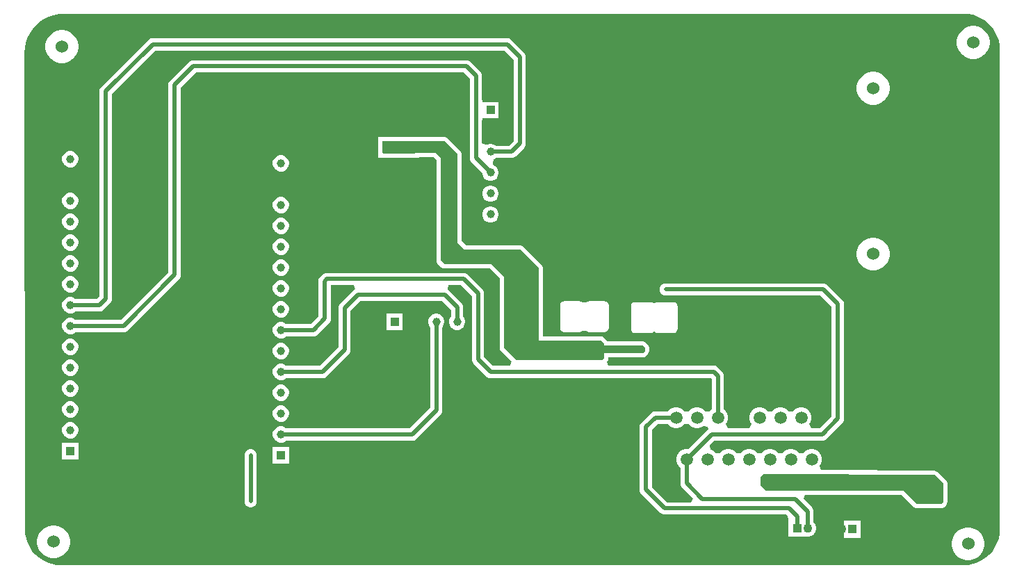
<source format=gbl>
%TF.GenerationSoftware,Altium Limited,Altium Designer,23.7.1 (13)*%
G04 Layer_Physical_Order=2*
G04 Layer_Color=16711680*
%FSLAX45Y45*%
%MOMM*%
%TF.SameCoordinates,4FC3C7EC-8D88-42E2-AD13-77C46488DAC4*%
%TF.FilePolarity,Positive*%
%TF.FileFunction,Copper,L2,Bot,Signal*%
%TF.Part,Single*%
G01*
G75*
%TA.AperFunction,Conductor*%
%ADD14C,0.50000*%
%TA.AperFunction,WasherPad*%
%ADD17C,1.52400*%
%TA.AperFunction,ComponentPad*%
%ADD18R,1.10000X1.10000*%
%ADD19C,1.10000*%
%ADD20C,1.50000*%
%ADD21R,1.50000X1.50000*%
%ADD22R,0.98500X0.98500*%
%ADD23C,0.98500*%
%ADD24R,4.00000X1.50000*%
%ADD25R,3.50000X1.50000*%
%ADD26R,1.50000X3.50000*%
%ADD27R,0.98500X0.98500*%
%TA.AperFunction,ViaPad*%
%ADD28C,0.50000*%
G36*
X560221Y6799898D02*
X11518900Y6799899D01*
X11522289Y6800573D01*
X11576083Y6797047D01*
X11632287Y6785868D01*
X11686552Y6767447D01*
X11737948Y6742102D01*
X11785595Y6710264D01*
X11828680Y6672480D01*
X11866464Y6629396D01*
X11898302Y6581748D01*
X11923647Y6530352D01*
X11942067Y6476087D01*
X11953247Y6419883D01*
X11956773Y6366090D01*
X11956099Y6362700D01*
X11956099Y520700D01*
X11956773Y517310D01*
X11953247Y463517D01*
X11942068Y407313D01*
X11923647Y353048D01*
X11898302Y301652D01*
X11866464Y254004D01*
X11828680Y210920D01*
X11785596Y173136D01*
X11737948Y141298D01*
X11686552Y115953D01*
X11632287Y97532D01*
X11576083Y86353D01*
X11522290Y82827D01*
X11518900Y83501D01*
X520700D01*
X517310Y82827D01*
X463517Y86353D01*
X407313Y97532D01*
X353048Y115953D01*
X301652Y141298D01*
X254004Y173136D01*
X210920Y210920D01*
X173136Y254004D01*
X141298Y301652D01*
X115953Y353048D01*
X97532Y407313D01*
X86353Y463517D01*
X85819Y471660D01*
X83501Y520700D01*
Y520767D01*
X83448Y570684D01*
X77401Y6317145D01*
X76655Y6320872D01*
X80546Y6380228D01*
X92892Y6442298D01*
X113235Y6502226D01*
X141225Y6558985D01*
X176385Y6611605D01*
X218113Y6659186D01*
X265693Y6700913D01*
X318314Y6736073D01*
X375073Y6764064D01*
X435001Y6784407D01*
X497071Y6796753D01*
X556462Y6800646D01*
X560221Y6799898D01*
D02*
G37*
%LPC*%
G36*
X11652898Y6651600D02*
X11613502D01*
X11574862Y6643914D01*
X11538465Y6628838D01*
X11505707Y6606950D01*
X11477850Y6579093D01*
X11455962Y6546335D01*
X11440886Y6509938D01*
X11433200Y6471298D01*
Y6431902D01*
X11440886Y6393262D01*
X11455962Y6356865D01*
X11477850Y6324107D01*
X11505707Y6296250D01*
X11538465Y6274362D01*
X11574862Y6259286D01*
X11613502Y6251600D01*
X11652898D01*
X11691538Y6259286D01*
X11727935Y6274362D01*
X11760693Y6296250D01*
X11788550Y6324107D01*
X11810438Y6356865D01*
X11825514Y6393262D01*
X11833200Y6431902D01*
Y6471298D01*
X11825514Y6509938D01*
X11810438Y6546335D01*
X11788550Y6579093D01*
X11760693Y6606950D01*
X11727935Y6628838D01*
X11691538Y6643914D01*
X11652898Y6651600D01*
D02*
G37*
G36*
X553098Y6600800D02*
X513702D01*
X475062Y6593114D01*
X438665Y6578038D01*
X405907Y6556150D01*
X378050Y6528293D01*
X356162Y6495535D01*
X341086Y6459138D01*
X333400Y6420498D01*
Y6381102D01*
X341086Y6342462D01*
X356162Y6306065D01*
X378050Y6273307D01*
X405907Y6245450D01*
X438665Y6223562D01*
X475062Y6208486D01*
X513702Y6200800D01*
X553098D01*
X591738Y6208486D01*
X628135Y6223562D01*
X660893Y6245450D01*
X688750Y6273307D01*
X710638Y6306065D01*
X725714Y6342462D01*
X733400Y6381102D01*
Y6420498D01*
X725714Y6459138D01*
X710638Y6495535D01*
X688750Y6528293D01*
X660893Y6556150D01*
X628135Y6578038D01*
X591738Y6593114D01*
X553098Y6600800D01*
D02*
G37*
G36*
X10433698Y6092800D02*
X10394302D01*
X10355662Y6085114D01*
X10319265Y6070038D01*
X10286507Y6048150D01*
X10258650Y6020293D01*
X10236762Y5987535D01*
X10221686Y5951138D01*
X10214000Y5912498D01*
Y5873102D01*
X10221686Y5834462D01*
X10236762Y5798065D01*
X10258650Y5765307D01*
X10286507Y5737450D01*
X10319265Y5715562D01*
X10355662Y5700486D01*
X10394302Y5692800D01*
X10433698D01*
X10472338Y5700486D01*
X10508735Y5715562D01*
X10541493Y5737450D01*
X10569350Y5765307D01*
X10591238Y5798065D01*
X10606314Y5834462D01*
X10614000Y5873102D01*
Y5912498D01*
X10606314Y5951138D01*
X10591238Y5987535D01*
X10569350Y6020293D01*
X10541493Y6048150D01*
X10508735Y6070038D01*
X10472338Y6085114D01*
X10433698Y6092800D01*
D02*
G37*
G36*
X1638300Y6501847D02*
X1618721Y6499269D01*
X1600476Y6491712D01*
X1584809Y6479691D01*
X1584809Y6479690D01*
X1013309Y5908191D01*
X1001288Y5892524D01*
X993731Y5874279D01*
X991153Y5854700D01*
Y3358734D01*
X959266Y3326847D01*
X699713D01*
X695941Y3330620D01*
X673309Y3343686D01*
X648067Y3350450D01*
X621933D01*
X596691Y3343686D01*
X574059Y3330620D01*
X555580Y3312141D01*
X542514Y3289509D01*
X535750Y3264267D01*
Y3238133D01*
X542514Y3212891D01*
X555580Y3190259D01*
X574059Y3171780D01*
X596691Y3158714D01*
X621933Y3151950D01*
X648067D01*
X673309Y3158714D01*
X695941Y3171780D01*
X699713Y3175553D01*
X990600D01*
X1010179Y3178131D01*
X1028424Y3185688D01*
X1044091Y3197709D01*
X1120291Y3273909D01*
X1132312Y3289576D01*
X1139869Y3307821D01*
X1142447Y3327400D01*
Y5823366D01*
X1669634Y6350553D01*
X5924966D01*
X6033053Y6242466D01*
Y5251034D01*
X5975766Y5193747D01*
X5817813D01*
X5814041Y5197520D01*
X5791409Y5210586D01*
X5766167Y5217350D01*
X5740033D01*
X5714791Y5210586D01*
X5700947Y5202593D01*
X5670545Y5212990D01*
X5650947Y5227018D01*
Y5478053D01*
X5653851Y5526850D01*
X5700947Y5526850D01*
X5852350D01*
Y5725350D01*
X5700947D01*
X5653851Y5725350D01*
X5650947Y5774147D01*
Y6045200D01*
X5648369Y6064779D01*
X5640812Y6083024D01*
X5628791Y6098691D01*
X5514491Y6212991D01*
X5498824Y6225012D01*
X5480579Y6232569D01*
X5461000Y6235147D01*
X2133600D01*
X2114021Y6232569D01*
X2095776Y6225012D01*
X2080109Y6212991D01*
X1851509Y5984391D01*
X1839488Y5968724D01*
X1831931Y5950479D01*
X1829353Y5930900D01*
Y3650834D01*
X1251366Y3072847D01*
X699713D01*
X695941Y3076620D01*
X673309Y3089686D01*
X648067Y3096450D01*
X621933D01*
X596691Y3089686D01*
X574059Y3076620D01*
X555580Y3058141D01*
X542514Y3035509D01*
X535750Y3010267D01*
Y2984133D01*
X542514Y2958891D01*
X555580Y2936259D01*
X574059Y2917780D01*
X596691Y2904714D01*
X621933Y2897950D01*
X648067D01*
X673309Y2904714D01*
X695941Y2917780D01*
X699713Y2921553D01*
X1282700D01*
X1302279Y2924131D01*
X1320524Y2931688D01*
X1336191Y2943709D01*
X1958491Y3566009D01*
X1970512Y3581676D01*
X1978069Y3599921D01*
X1980647Y3619500D01*
Y5899566D01*
X2164934Y6083853D01*
X5429666D01*
X5499653Y6013866D01*
Y5041900D01*
X5502231Y5022321D01*
X5509788Y5004076D01*
X5521809Y4988409D01*
X5653850Y4856369D01*
Y4851033D01*
X5660614Y4825791D01*
X5673680Y4803159D01*
X5692159Y4784680D01*
X5714791Y4771614D01*
X5740033Y4764850D01*
X5766167D01*
X5791409Y4771614D01*
X5814041Y4784680D01*
X5832520Y4803159D01*
X5845586Y4825791D01*
X5852350Y4851033D01*
Y4877167D01*
X5845586Y4902409D01*
X5832520Y4925041D01*
X5814041Y4943520D01*
X5791409Y4956586D01*
X5786840Y4957810D01*
X5781364Y4973369D01*
X5791409Y5025614D01*
X5814041Y5038680D01*
X5817813Y5042453D01*
X6007100D01*
X6026679Y5045031D01*
X6044924Y5052588D01*
X6060591Y5064609D01*
X6162190Y5166209D01*
X6162191Y5166209D01*
X6174212Y5181876D01*
X6181769Y5200121D01*
X6184347Y5219700D01*
Y6273800D01*
X6181769Y6293379D01*
X6174212Y6311624D01*
X6162191Y6327291D01*
X6009791Y6479691D01*
X5994124Y6491712D01*
X5975879Y6499269D01*
X5956300Y6501847D01*
X1638302D01*
X1638300Y6501847D01*
D02*
G37*
G36*
X648067Y5128450D02*
X621933D01*
X596691Y5121686D01*
X574059Y5108620D01*
X555580Y5090141D01*
X542514Y5067509D01*
X535750Y5042267D01*
Y5016133D01*
X542514Y4990891D01*
X555580Y4968259D01*
X574059Y4949780D01*
X596691Y4936714D01*
X621933Y4929950D01*
X648067D01*
X673309Y4936714D01*
X695941Y4949780D01*
X714420Y4968259D01*
X727486Y4990891D01*
X734250Y5016133D01*
Y5042267D01*
X727486Y5067509D01*
X714420Y5090141D01*
X695941Y5108620D01*
X673309Y5121686D01*
X648067Y5128450D01*
D02*
G37*
G36*
X3213467Y5077650D02*
X3187333D01*
X3162091Y5070886D01*
X3139459Y5057820D01*
X3120980Y5039341D01*
X3107914Y5016709D01*
X3101150Y4991467D01*
Y4965333D01*
X3107914Y4940091D01*
X3120980Y4917459D01*
X3139459Y4898980D01*
X3162091Y4885914D01*
X3187333Y4879150D01*
X3213467D01*
X3238709Y4885914D01*
X3261341Y4898980D01*
X3279820Y4917459D01*
X3292886Y4940091D01*
X3299650Y4965333D01*
Y4991467D01*
X3292886Y5016709D01*
X3279820Y5039341D01*
X3261341Y5057820D01*
X3238709Y5070886D01*
X3213467Y5077650D01*
D02*
G37*
G36*
X5766167Y4709350D02*
X5740033D01*
X5714791Y4702586D01*
X5692159Y4689520D01*
X5673680Y4671041D01*
X5660614Y4648409D01*
X5653850Y4623167D01*
Y4597033D01*
X5660614Y4571791D01*
X5673680Y4549159D01*
X5692159Y4530680D01*
X5714791Y4517614D01*
X5740033Y4510850D01*
X5766167D01*
X5791409Y4517614D01*
X5814041Y4530680D01*
X5832520Y4549159D01*
X5845586Y4571791D01*
X5852350Y4597033D01*
Y4623167D01*
X5845586Y4648409D01*
X5832520Y4671041D01*
X5814041Y4689520D01*
X5791409Y4702586D01*
X5766167Y4709350D01*
D02*
G37*
G36*
X648067Y4620450D02*
X621933D01*
X596691Y4613686D01*
X574059Y4600620D01*
X555580Y4582141D01*
X542514Y4559509D01*
X535750Y4534267D01*
Y4508133D01*
X542514Y4482891D01*
X555580Y4460259D01*
X574059Y4441780D01*
X596691Y4428714D01*
X621933Y4421950D01*
X648067D01*
X673309Y4428714D01*
X695941Y4441780D01*
X714420Y4460259D01*
X727486Y4482891D01*
X734250Y4508133D01*
Y4534267D01*
X727486Y4559509D01*
X714420Y4582141D01*
X695941Y4600620D01*
X673309Y4613686D01*
X648067Y4620450D01*
D02*
G37*
G36*
X3213467Y4569650D02*
X3187333D01*
X3162091Y4562886D01*
X3139459Y4549820D01*
X3120980Y4531341D01*
X3107914Y4508709D01*
X3101150Y4483467D01*
Y4457333D01*
X3107914Y4432091D01*
X3120980Y4409459D01*
X3139459Y4390980D01*
X3162091Y4377914D01*
X3187333Y4371150D01*
X3213467D01*
X3238709Y4377914D01*
X3261341Y4390980D01*
X3279820Y4409459D01*
X3292886Y4432091D01*
X3299650Y4457333D01*
Y4483467D01*
X3292886Y4508709D01*
X3279820Y4531341D01*
X3261341Y4549820D01*
X3238709Y4562886D01*
X3213467Y4569650D01*
D02*
G37*
G36*
X5766167Y4455350D02*
X5740033D01*
X5714791Y4448586D01*
X5692159Y4435520D01*
X5673680Y4417041D01*
X5660614Y4394409D01*
X5653850Y4369167D01*
Y4343033D01*
X5660614Y4317791D01*
X5673680Y4295159D01*
X5692159Y4276680D01*
X5714791Y4263614D01*
X5740033Y4256850D01*
X5766167D01*
X5791409Y4263614D01*
X5814041Y4276680D01*
X5832520Y4295159D01*
X5845586Y4317791D01*
X5852350Y4343033D01*
Y4369167D01*
X5845586Y4394409D01*
X5832520Y4417041D01*
X5814041Y4435520D01*
X5791409Y4448586D01*
X5766167Y4455350D01*
D02*
G37*
G36*
X648067Y4366450D02*
X621933D01*
X596691Y4359686D01*
X574059Y4346620D01*
X555580Y4328141D01*
X542514Y4305509D01*
X535750Y4280267D01*
Y4254133D01*
X542514Y4228891D01*
X555580Y4206259D01*
X574059Y4187780D01*
X596691Y4174714D01*
X621933Y4167950D01*
X648067D01*
X673309Y4174714D01*
X695941Y4187780D01*
X714420Y4206259D01*
X727486Y4228891D01*
X734250Y4254133D01*
Y4280267D01*
X727486Y4305509D01*
X714420Y4328141D01*
X695941Y4346620D01*
X673309Y4359686D01*
X648067Y4366450D01*
D02*
G37*
G36*
X3213467Y4315650D02*
X3187333D01*
X3162091Y4308886D01*
X3139459Y4295820D01*
X3120980Y4277341D01*
X3107914Y4254709D01*
X3101150Y4229467D01*
Y4203333D01*
X3107914Y4178091D01*
X3120980Y4155459D01*
X3139459Y4136980D01*
X3162091Y4123914D01*
X3187333Y4117150D01*
X3213467D01*
X3238709Y4123914D01*
X3261341Y4136980D01*
X3279820Y4155459D01*
X3292886Y4178091D01*
X3299650Y4203333D01*
Y4229467D01*
X3292886Y4254709D01*
X3279820Y4277341D01*
X3261341Y4295820D01*
X3238709Y4308886D01*
X3213467Y4315650D01*
D02*
G37*
G36*
X648067Y4112450D02*
X621933D01*
X596691Y4105686D01*
X574059Y4092620D01*
X555580Y4074141D01*
X542514Y4051509D01*
X535750Y4026267D01*
Y4000133D01*
X542514Y3974891D01*
X555580Y3952259D01*
X574059Y3933780D01*
X596691Y3920714D01*
X621933Y3913950D01*
X648067D01*
X673309Y3920714D01*
X695941Y3933780D01*
X714420Y3952259D01*
X727486Y3974891D01*
X734250Y4000133D01*
Y4026267D01*
X727486Y4051509D01*
X714420Y4074141D01*
X695941Y4092620D01*
X673309Y4105686D01*
X648067Y4112450D01*
D02*
G37*
G36*
X3213467Y4061650D02*
X3187333D01*
X3162091Y4054886D01*
X3139459Y4041820D01*
X3120980Y4023341D01*
X3107914Y4000709D01*
X3101150Y3975467D01*
Y3949333D01*
X3107914Y3924091D01*
X3120980Y3901459D01*
X3139459Y3882980D01*
X3162091Y3869914D01*
X3187333Y3863150D01*
X3213467D01*
X3238709Y3869914D01*
X3261341Y3882980D01*
X3279820Y3901459D01*
X3292886Y3924091D01*
X3299650Y3949333D01*
Y3975467D01*
X3292886Y4000709D01*
X3279820Y4023341D01*
X3261341Y4041820D01*
X3238709Y4054886D01*
X3213467Y4061650D01*
D02*
G37*
G36*
X10433698Y4073500D02*
X10394302D01*
X10355662Y4065814D01*
X10319265Y4050738D01*
X10286507Y4028850D01*
X10258650Y4000993D01*
X10236762Y3968235D01*
X10221686Y3931838D01*
X10214000Y3893198D01*
Y3853802D01*
X10221686Y3815162D01*
X10236762Y3778765D01*
X10258650Y3746007D01*
X10286507Y3718150D01*
X10319265Y3696262D01*
X10355662Y3681186D01*
X10394302Y3673500D01*
X10433698D01*
X10472338Y3681186D01*
X10508735Y3696262D01*
X10541493Y3718150D01*
X10569350Y3746007D01*
X10591238Y3778765D01*
X10606314Y3815162D01*
X10614000Y3853802D01*
Y3893198D01*
X10606314Y3931838D01*
X10591238Y3968235D01*
X10569350Y4000993D01*
X10541493Y4028850D01*
X10508735Y4050738D01*
X10472338Y4065814D01*
X10433698Y4073500D01*
D02*
G37*
G36*
X648067Y3858450D02*
X621933D01*
X596691Y3851686D01*
X574059Y3838620D01*
X555580Y3820141D01*
X542514Y3797509D01*
X535750Y3772267D01*
Y3746133D01*
X542514Y3720891D01*
X555580Y3698259D01*
X574059Y3679780D01*
X596691Y3666714D01*
X621933Y3659950D01*
X648067D01*
X673309Y3666714D01*
X695941Y3679780D01*
X714420Y3698259D01*
X727486Y3720891D01*
X734250Y3746133D01*
Y3772267D01*
X727486Y3797509D01*
X714420Y3820141D01*
X695941Y3838620D01*
X673309Y3851686D01*
X648067Y3858450D01*
D02*
G37*
G36*
X3213467Y3807650D02*
X3187333D01*
X3162091Y3800886D01*
X3139459Y3787820D01*
X3120980Y3769341D01*
X3107914Y3746709D01*
X3101150Y3721467D01*
Y3695333D01*
X3107914Y3670091D01*
X3120980Y3647459D01*
X3139459Y3628980D01*
X3162091Y3615914D01*
X3187333Y3609150D01*
X3213467D01*
X3238709Y3615914D01*
X3261341Y3628980D01*
X3279820Y3647459D01*
X3292886Y3670091D01*
X3299650Y3695333D01*
Y3721467D01*
X3292886Y3746709D01*
X3279820Y3769341D01*
X3261341Y3787820D01*
X3238709Y3800886D01*
X3213467Y3807650D01*
D02*
G37*
G36*
X648067Y3604450D02*
X621933D01*
X596691Y3597686D01*
X574059Y3584620D01*
X555580Y3566141D01*
X542514Y3543509D01*
X535750Y3518267D01*
Y3492133D01*
X542514Y3466891D01*
X555580Y3444259D01*
X574059Y3425780D01*
X596691Y3412714D01*
X621933Y3405950D01*
X648067D01*
X673309Y3412714D01*
X695941Y3425780D01*
X714420Y3444259D01*
X727486Y3466891D01*
X734250Y3492133D01*
Y3518267D01*
X727486Y3543509D01*
X714420Y3566141D01*
X695941Y3584620D01*
X673309Y3597686D01*
X648067Y3604450D01*
D02*
G37*
G36*
X3213467Y3553650D02*
X3187333D01*
X3162091Y3546886D01*
X3139459Y3533820D01*
X3120980Y3515341D01*
X3107914Y3492709D01*
X3101150Y3467467D01*
Y3441333D01*
X3107914Y3416091D01*
X3120980Y3393459D01*
X3139459Y3374980D01*
X3162091Y3361914D01*
X3187333Y3355150D01*
X3213467D01*
X3238709Y3361914D01*
X3261341Y3374980D01*
X3279820Y3393459D01*
X3292886Y3416091D01*
X3299650Y3441333D01*
Y3467467D01*
X3292886Y3492709D01*
X3279820Y3515341D01*
X3261341Y3533820D01*
X3238709Y3546886D01*
X3213467Y3553650D01*
D02*
G37*
G36*
X7141210Y3299640D02*
X6955790D01*
X6936281Y3295759D01*
X6926429Y3289176D01*
X6917300Y3284708D01*
X6874900D01*
X6865771Y3289176D01*
X6855919Y3295759D01*
X6836410Y3299640D01*
X6650990D01*
X6631481Y3295759D01*
X6614942Y3284708D01*
X6603891Y3268169D01*
X6600010Y3248660D01*
Y2974340D01*
X6603891Y2954831D01*
X6614942Y2938292D01*
X6631481Y2927241D01*
X6650990Y2923360D01*
X6836410D01*
X6855919Y2927241D01*
X6865771Y2933824D01*
X6874900Y2938292D01*
X6917300D01*
X6926429Y2933824D01*
X6936281Y2927241D01*
X6955790Y2923360D01*
X7141210D01*
X7160719Y2927241D01*
X7177258Y2938292D01*
X7188309Y2954831D01*
X7192190Y2974340D01*
Y3248660D01*
X7188309Y3268169D01*
X7177258Y3284708D01*
X7160719Y3295759D01*
X7141210Y3299640D01*
D02*
G37*
G36*
X7979410Y3286940D02*
X7793990D01*
X7774481Y3283059D01*
X7757942Y3272008D01*
X7736058D01*
X7719519Y3283059D01*
X7700010Y3286940D01*
X7514590D01*
X7495081Y3283059D01*
X7478542Y3272008D01*
X7467491Y3255469D01*
X7463610Y3235960D01*
Y2961640D01*
X7467491Y2942131D01*
X7478542Y2925592D01*
X7495081Y2914541D01*
X7514590Y2910660D01*
X7700010D01*
X7719519Y2914541D01*
X7736058Y2925592D01*
X7757942D01*
X7774481Y2914541D01*
X7793990Y2910660D01*
X7979410D01*
X7998919Y2914541D01*
X8015458Y2925592D01*
X8026509Y2942131D01*
X8030390Y2961640D01*
Y3235960D01*
X8026509Y3255469D01*
X8015458Y3272008D01*
X7998919Y3283059D01*
X7979410Y3286940D01*
D02*
G37*
G36*
X3213467Y3299650D02*
X3187333D01*
X3162091Y3292886D01*
X3139459Y3279820D01*
X3120980Y3261341D01*
X3107914Y3238709D01*
X3101150Y3213467D01*
Y3187333D01*
X3107914Y3162091D01*
X3120980Y3139459D01*
X3139459Y3120980D01*
X3162091Y3107914D01*
X3187333Y3101150D01*
X3213467D01*
X3238709Y3107914D01*
X3261341Y3120980D01*
X3279820Y3139459D01*
X3292886Y3162091D01*
X3299650Y3187333D01*
Y3213467D01*
X3292886Y3238709D01*
X3279820Y3261341D01*
X3261341Y3279820D01*
X3238709Y3292886D01*
X3213467Y3299650D01*
D02*
G37*
G36*
X4683950Y3147250D02*
X4485450D01*
Y2948750D01*
X4683950D01*
Y3147250D01*
D02*
G37*
G36*
X648067Y2842450D02*
X621933D01*
X596691Y2835686D01*
X574059Y2822620D01*
X555580Y2804141D01*
X542514Y2781509D01*
X535750Y2756267D01*
Y2730133D01*
X542514Y2704891D01*
X555580Y2682259D01*
X574059Y2663780D01*
X596691Y2650714D01*
X621933Y2643950D01*
X648067D01*
X673309Y2650714D01*
X695941Y2663780D01*
X714420Y2682259D01*
X727486Y2704891D01*
X734250Y2730133D01*
Y2756267D01*
X727486Y2781509D01*
X714420Y2804141D01*
X695941Y2822620D01*
X673309Y2835686D01*
X648067Y2842450D01*
D02*
G37*
G36*
X3213467Y2791650D02*
X3187333D01*
X3162091Y2784886D01*
X3139459Y2771820D01*
X3120980Y2753341D01*
X3107914Y2730709D01*
X3101150Y2705467D01*
Y2679333D01*
X3107914Y2654091D01*
X3120980Y2631459D01*
X3139459Y2612980D01*
X3162091Y2599914D01*
X3187333Y2593150D01*
X3213467D01*
X3238709Y2599914D01*
X3261341Y2612980D01*
X3279820Y2631459D01*
X3292886Y2654091D01*
X3299650Y2679333D01*
Y2705467D01*
X3292886Y2730709D01*
X3279820Y2753341D01*
X3261341Y2771820D01*
X3238709Y2784886D01*
X3213467Y2791650D01*
D02*
G37*
G36*
X4885500Y5298700D02*
X4385500D01*
Y5265057D01*
X4385201Y5264609D01*
X4381320Y5245100D01*
Y5105400D01*
X4385201Y5085891D01*
X4385500Y5085443D01*
Y5048700D01*
X4885500D01*
Y5054420D01*
X5058883D01*
X5092520Y5020784D01*
Y3797300D01*
X5096401Y3777791D01*
X5107452Y3761252D01*
X5158252Y3710452D01*
X5174791Y3699401D01*
X5194300Y3695520D01*
X5744684D01*
X5867220Y3572984D01*
Y2730500D01*
X5871101Y2710991D01*
X5882152Y2694452D01*
X6012557Y2564047D01*
X5991846Y2514047D01*
X5784434D01*
X5676347Y2622134D01*
Y3390900D01*
X5673769Y3410479D01*
X5666212Y3428724D01*
X5654191Y3444391D01*
X5476391Y3622191D01*
X5460724Y3634212D01*
X5442479Y3641769D01*
X5422900Y3644347D01*
X3763090D01*
X3743511Y3641769D01*
X3725266Y3634212D01*
X3709599Y3622191D01*
X3680309Y3592901D01*
X3668288Y3577234D01*
X3660731Y3558989D01*
X3658153Y3539410D01*
Y3117434D01*
X3562766Y3022047D01*
X3265113D01*
X3261341Y3025820D01*
X3238709Y3038886D01*
X3213467Y3045650D01*
X3187333D01*
X3162091Y3038886D01*
X3139459Y3025820D01*
X3120980Y3007341D01*
X3107914Y2984709D01*
X3101150Y2959467D01*
Y2933333D01*
X3107914Y2908091D01*
X3120980Y2885459D01*
X3139459Y2866980D01*
X3162091Y2853914D01*
X3187333Y2847150D01*
X3213467D01*
X3238709Y2853914D01*
X3261341Y2866980D01*
X3265113Y2870753D01*
X3594100D01*
X3613679Y2873331D01*
X3631924Y2880888D01*
X3647591Y2892909D01*
X3787290Y3032609D01*
X3787291Y3032609D01*
X3799312Y3048276D01*
X3806869Y3066521D01*
X3809447Y3086100D01*
Y3493053D01*
X4090839D01*
X4101880Y3445834D01*
X4101517Y3443053D01*
X4086709Y3431691D01*
X3921609Y3266591D01*
X3909588Y3250924D01*
X3902031Y3232679D01*
X3899453Y3213100D01*
Y2736434D01*
X3677066Y2514047D01*
X3265113D01*
X3261341Y2517820D01*
X3238709Y2530886D01*
X3213467Y2537650D01*
X3187333D01*
X3162091Y2530886D01*
X3139459Y2517820D01*
X3120980Y2499341D01*
X3107914Y2476709D01*
X3101150Y2451467D01*
Y2425333D01*
X3107914Y2400091D01*
X3120980Y2377459D01*
X3139459Y2358980D01*
X3162091Y2345914D01*
X3187333Y2339150D01*
X3213467D01*
X3238709Y2345914D01*
X3261341Y2358980D01*
X3265113Y2362753D01*
X3708400D01*
X3727979Y2365331D01*
X3746224Y2372888D01*
X3761891Y2384909D01*
X4028590Y2651609D01*
X4028591Y2651609D01*
X4040612Y2667276D01*
X4048169Y2685521D01*
X4050747Y2705100D01*
Y3181766D01*
X4171534Y3302553D01*
X5162966D01*
X5271053Y3194466D01*
Y3112713D01*
X5267280Y3108941D01*
X5254214Y3086309D01*
X5247450Y3061067D01*
Y3034933D01*
X5254214Y3009691D01*
X5267280Y2987059D01*
X5285759Y2968580D01*
X5308391Y2955514D01*
X5333633Y2948750D01*
X5359767D01*
X5385009Y2955514D01*
X5407641Y2968580D01*
X5426120Y2987059D01*
X5439186Y3009691D01*
X5445950Y3034933D01*
Y3061067D01*
X5439186Y3086309D01*
X5426120Y3108941D01*
X5422347Y3112713D01*
Y3225800D01*
X5419769Y3245379D01*
X5412212Y3263624D01*
X5400191Y3279291D01*
X5247791Y3431691D01*
X5232983Y3443053D01*
X5232620Y3445834D01*
X5243661Y3493053D01*
X5391566D01*
X5525053Y3359566D01*
Y2590800D01*
X5527631Y2571221D01*
X5535188Y2552976D01*
X5547209Y2537309D01*
X5699609Y2384909D01*
X5715276Y2372888D01*
X5733521Y2365331D01*
X5753100Y2362753D01*
X8439566D01*
X8446053Y2356266D01*
Y1980262D01*
X8444948Y1979625D01*
X8424075Y1958751D01*
X8420255Y1956352D01*
X8369145D01*
X8365325Y1958751D01*
X8344452Y1979625D01*
X8315948Y1996081D01*
X8284157Y2004600D01*
X8251243D01*
X8219452Y1996081D01*
X8190948Y1979625D01*
X8170075Y1958751D01*
X8166255Y1956352D01*
X8115145D01*
X8111325Y1958751D01*
X8090452Y1979625D01*
X8061948Y1996081D01*
X8030157Y2004600D01*
X7997243D01*
X7965452Y1996081D01*
X7936948Y1979625D01*
X7913675Y1956352D01*
X7913038Y1955247D01*
X7759700D01*
X7740121Y1952669D01*
X7721876Y1945112D01*
X7706209Y1933091D01*
X7591909Y1818791D01*
X7579888Y1803124D01*
X7572331Y1784879D01*
X7569753Y1765300D01*
Y1003300D01*
X7572331Y983721D01*
X7579888Y965476D01*
X7591909Y949809D01*
X7820509Y721209D01*
X7836176Y709188D01*
X7854421Y701631D01*
X7874000Y699053D01*
X9353966D01*
X9369681Y683338D01*
X9381900Y638400D01*
X9381900D01*
Y428400D01*
X9591899D01*
Y428399D01*
X9627723Y428400D01*
X9654428Y435556D01*
X9678371Y449379D01*
X9697921Y468929D01*
X9711744Y492872D01*
X9718900Y519577D01*
Y547223D01*
X9711744Y573928D01*
X9697921Y597871D01*
X9689547Y606245D01*
Y736600D01*
X9686969Y756179D01*
X9679412Y774424D01*
X9667391Y790091D01*
X9564055Y893426D01*
X9583189Y939620D01*
X10761184D01*
X10911352Y789452D01*
X10927891Y778401D01*
X10947400Y774520D01*
X11239500D01*
X11259009Y778401D01*
X11275548Y789452D01*
X11300948Y814852D01*
X11311999Y831391D01*
X11315879Y850900D01*
X11315880Y1079500D01*
X11311999Y1099009D01*
X11300948Y1115548D01*
X11199348Y1217148D01*
X11191193Y1222597D01*
X11183096Y1228079D01*
X11182941Y1228111D01*
X11182809Y1228199D01*
X11173190Y1230112D01*
X11163611Y1232079D01*
X9781095Y1240509D01*
X9760511Y1290635D01*
X9764725Y1294848D01*
X9781181Y1323352D01*
X9789700Y1355143D01*
Y1388057D01*
X9781181Y1419848D01*
X9764725Y1448352D01*
X9741452Y1471625D01*
X9712948Y1488081D01*
X9681157Y1496600D01*
X9648243D01*
X9616452Y1488081D01*
X9587948Y1471625D01*
X9567075Y1450751D01*
X9563255Y1448352D01*
X9512145D01*
X9508325Y1450751D01*
X9487452Y1471625D01*
X9458948Y1488081D01*
X9427157Y1496600D01*
X9394243D01*
X9362452Y1488081D01*
X9333948Y1471625D01*
X9313075Y1450751D01*
X9309255Y1448352D01*
X9258145D01*
X9254325Y1450751D01*
X9233452Y1471625D01*
X9204948Y1488081D01*
X9173157Y1496600D01*
X9140243D01*
X9108452Y1488081D01*
X9079948Y1471625D01*
X9059075Y1450751D01*
X9055255Y1448352D01*
X9004145D01*
X9000325Y1450751D01*
X8979452Y1471625D01*
X8950948Y1488081D01*
X8919157Y1496600D01*
X8886243D01*
X8854452Y1488081D01*
X8825948Y1471625D01*
X8805075Y1450751D01*
X8801255Y1448352D01*
X8750145D01*
X8746325Y1450751D01*
X8725452Y1471625D01*
X8696948Y1488081D01*
X8665157Y1496600D01*
X8632243D01*
X8600452Y1488081D01*
X8571948Y1471625D01*
X8551075Y1450751D01*
X8547255Y1448352D01*
X8496145D01*
X8492325Y1450751D01*
X8471452Y1471625D01*
X8442948Y1488081D01*
X8436580Y1489788D01*
X8420504Y1544423D01*
X8476834Y1600753D01*
X9791700D01*
X9811279Y1603331D01*
X9829524Y1610888D01*
X9845191Y1622909D01*
X10035691Y1813409D01*
X10047712Y1829076D01*
X10055269Y1847321D01*
X10057847Y1866900D01*
Y3263900D01*
X10055269Y3283479D01*
X10047712Y3301724D01*
X10035691Y3317391D01*
X10035690Y3317391D01*
X9857891Y3495191D01*
X9842224Y3507212D01*
X9823979Y3514769D01*
X9804400Y3517347D01*
X7886700D01*
X7881784Y3516700D01*
X7876826D01*
X7872037Y3515417D01*
X7867121Y3514769D01*
X7862541Y3512872D01*
X7857751Y3511589D01*
X7853456Y3509109D01*
X7848876Y3507212D01*
X7844943Y3504194D01*
X7840649Y3501715D01*
X7837144Y3498209D01*
X7833209Y3495191D01*
X7830191Y3491256D01*
X7826685Y3487751D01*
X7824206Y3483457D01*
X7821188Y3479524D01*
X7819291Y3474944D01*
X7816811Y3470649D01*
X7815528Y3465859D01*
X7813631Y3461279D01*
X7812983Y3456363D01*
X7811700Y3451574D01*
Y3446616D01*
X7811053Y3441700D01*
X7811700Y3436784D01*
Y3431826D01*
X7812983Y3427037D01*
X7813631Y3422121D01*
X7815528Y3417541D01*
X7816811Y3412751D01*
X7819291Y3408456D01*
X7821188Y3403876D01*
X7824206Y3399943D01*
X7826685Y3395649D01*
X7830191Y3392144D01*
X7833209Y3388209D01*
X7837144Y3385191D01*
X7840649Y3381685D01*
X7844943Y3379206D01*
X7848876Y3376188D01*
X7853456Y3374291D01*
X7857751Y3371811D01*
X7862541Y3370528D01*
X7867121Y3368631D01*
X7872037Y3367983D01*
X7876826Y3366700D01*
X7881784D01*
X7886700Y3366053D01*
X9773066D01*
X9906553Y3232566D01*
Y1898234D01*
X9760366Y1752047D01*
X9657634D01*
X9636923Y1802047D01*
X9637725Y1802848D01*
X9654181Y1831352D01*
X9662700Y1863143D01*
Y1896057D01*
X9654181Y1927848D01*
X9637725Y1956352D01*
X9614452Y1979625D01*
X9585948Y1996081D01*
X9554157Y2004600D01*
X9521243D01*
X9489452Y1996081D01*
X9460948Y1979625D01*
X9440075Y1958751D01*
X9436255Y1956352D01*
X9385145D01*
X9381325Y1958751D01*
X9360452Y1979625D01*
X9331948Y1996081D01*
X9300157Y2004600D01*
X9267243D01*
X9235452Y1996081D01*
X9206948Y1979625D01*
X9186075Y1958751D01*
X9182255Y1956352D01*
X9131145D01*
X9127325Y1958751D01*
X9106452Y1979625D01*
X9077948Y1996081D01*
X9046157Y2004600D01*
X9013243D01*
X8981452Y1996081D01*
X8952948Y1979625D01*
X8929675Y1956352D01*
X8913219Y1927848D01*
X8904700Y1896057D01*
Y1863143D01*
X8913219Y1831352D01*
X8929675Y1802848D01*
X8930477Y1802047D01*
X8909766Y1752047D01*
X8641634D01*
X8620923Y1802047D01*
X8621725Y1802848D01*
X8638181Y1831352D01*
X8646700Y1863143D01*
Y1896057D01*
X8638181Y1927848D01*
X8621725Y1956352D01*
X8598452Y1979625D01*
X8597347Y1980262D01*
Y2387598D01*
X8597347Y2387600D01*
X8594769Y2407179D01*
X8587212Y2425424D01*
X8575191Y2441091D01*
X8575190Y2441091D01*
X8524391Y2491891D01*
X8508724Y2503912D01*
X8490479Y2511469D01*
X8470900Y2514047D01*
X7190754D01*
X7170043Y2564047D01*
X7173448Y2567452D01*
X7184499Y2583991D01*
X7188380Y2603500D01*
Y2616020D01*
X7607300D01*
X7626809Y2619901D01*
X7643348Y2630952D01*
X7668748Y2656352D01*
X7679799Y2672891D01*
X7683680Y2692399D01*
Y2730500D01*
X7679799Y2750009D01*
X7668748Y2766548D01*
X7643348Y2791948D01*
X7626809Y2802999D01*
X7607300Y2806880D01*
X7180443D01*
X7173448Y2817348D01*
X7135348Y2855448D01*
X7118809Y2866499D01*
X7099300Y2870380D01*
X6388280D01*
Y3708400D01*
X6384399Y3727909D01*
X6373348Y3744448D01*
X6157448Y3960348D01*
X6140909Y3971399D01*
X6121400Y3975280D01*
X5456717D01*
X5397680Y4034316D01*
X5397679Y5092700D01*
X5393799Y5112209D01*
X5382748Y5128748D01*
X5230348Y5281148D01*
X5213809Y5292199D01*
X5194300Y5296080D01*
X4885500D01*
Y5298700D01*
D02*
G37*
G36*
X648067Y2588450D02*
X621933D01*
X596691Y2581686D01*
X574059Y2568620D01*
X555580Y2550141D01*
X542514Y2527509D01*
X535750Y2502267D01*
Y2476133D01*
X542514Y2450891D01*
X555580Y2428259D01*
X574059Y2409780D01*
X596691Y2396714D01*
X621933Y2389950D01*
X648067D01*
X673309Y2396714D01*
X695941Y2409780D01*
X714420Y2428259D01*
X727486Y2450891D01*
X734250Y2476133D01*
Y2502267D01*
X727486Y2527509D01*
X714420Y2550141D01*
X695941Y2568620D01*
X673309Y2581686D01*
X648067Y2588450D01*
D02*
G37*
G36*
Y2334450D02*
X621933D01*
X596691Y2327686D01*
X574059Y2314620D01*
X555580Y2296141D01*
X542514Y2273509D01*
X535750Y2248267D01*
Y2222133D01*
X542514Y2196891D01*
X555580Y2174259D01*
X574059Y2155780D01*
X596691Y2142714D01*
X621933Y2135950D01*
X648067D01*
X673309Y2142714D01*
X695941Y2155780D01*
X714420Y2174259D01*
X727486Y2196891D01*
X734250Y2222133D01*
Y2248267D01*
X727486Y2273509D01*
X714420Y2296141D01*
X695941Y2314620D01*
X673309Y2327686D01*
X648067Y2334450D01*
D02*
G37*
G36*
X3213467Y2283650D02*
X3187333D01*
X3162091Y2276886D01*
X3139459Y2263820D01*
X3120980Y2245341D01*
X3107914Y2222709D01*
X3101150Y2197467D01*
Y2171333D01*
X3107914Y2146091D01*
X3120980Y2123459D01*
X3139459Y2104980D01*
X3162091Y2091914D01*
X3187333Y2085150D01*
X3213467D01*
X3238709Y2091914D01*
X3261341Y2104980D01*
X3279820Y2123459D01*
X3292886Y2146091D01*
X3299650Y2171333D01*
Y2197467D01*
X3292886Y2222709D01*
X3279820Y2245341D01*
X3261341Y2263820D01*
X3238709Y2276886D01*
X3213467Y2283650D01*
D02*
G37*
G36*
X648067Y2080450D02*
X621933D01*
X596691Y2073686D01*
X574059Y2060620D01*
X555580Y2042141D01*
X542514Y2019509D01*
X535750Y1994267D01*
Y1968133D01*
X542514Y1942891D01*
X555580Y1920259D01*
X574059Y1901780D01*
X596691Y1888714D01*
X621933Y1881950D01*
X648067D01*
X673309Y1888714D01*
X695941Y1901780D01*
X714420Y1920259D01*
X727486Y1942891D01*
X734250Y1968133D01*
Y1994267D01*
X727486Y2019509D01*
X714420Y2042141D01*
X695941Y2060620D01*
X673309Y2073686D01*
X648067Y2080450D01*
D02*
G37*
G36*
X3213467Y2029650D02*
X3187333D01*
X3162091Y2022886D01*
X3139459Y2009820D01*
X3120980Y1991341D01*
X3107914Y1968709D01*
X3101150Y1943467D01*
Y1917333D01*
X3107914Y1892091D01*
X3120980Y1869459D01*
X3139459Y1850980D01*
X3162091Y1837914D01*
X3187333Y1831150D01*
X3213467D01*
X3238709Y1837914D01*
X3261341Y1850980D01*
X3279820Y1869459D01*
X3292886Y1892091D01*
X3299650Y1917333D01*
Y1943467D01*
X3292886Y1968709D01*
X3279820Y1991341D01*
X3261341Y2009820D01*
X3238709Y2022886D01*
X3213467Y2029650D01*
D02*
G37*
G36*
X5105767Y3147250D02*
X5079633D01*
X5054391Y3140486D01*
X5031759Y3127420D01*
X5013280Y3108941D01*
X5000214Y3086309D01*
X4993450Y3061067D01*
Y3034933D01*
X5000214Y3009691D01*
X5013280Y2987059D01*
X5017053Y2983287D01*
Y1999834D01*
X4769266Y1752047D01*
X3265113D01*
X3261341Y1755820D01*
X3238709Y1768886D01*
X3213467Y1775650D01*
X3187333D01*
X3162091Y1768886D01*
X3139459Y1755820D01*
X3120980Y1737341D01*
X3107914Y1714709D01*
X3101150Y1689467D01*
Y1663333D01*
X3107914Y1638091D01*
X3120980Y1615459D01*
X3139459Y1596980D01*
X3162091Y1583914D01*
X3187333Y1577150D01*
X3213467D01*
X3238709Y1583914D01*
X3261341Y1596980D01*
X3265113Y1600753D01*
X4800600D01*
X4820179Y1603331D01*
X4838424Y1610888D01*
X4854091Y1622909D01*
X5146190Y1915009D01*
X5146191Y1915009D01*
X5158212Y1930676D01*
X5165769Y1948921D01*
X5168347Y1968500D01*
X5168347Y1968502D01*
Y2983287D01*
X5172120Y2987059D01*
X5185186Y3009691D01*
X5191950Y3034933D01*
Y3061067D01*
X5185186Y3086309D01*
X5172120Y3108941D01*
X5153641Y3127420D01*
X5131009Y3140486D01*
X5105767Y3147250D01*
D02*
G37*
G36*
X648067Y1826450D02*
X621933D01*
X596691Y1819686D01*
X574059Y1806620D01*
X555580Y1788141D01*
X542514Y1765509D01*
X535750Y1740267D01*
Y1714133D01*
X542514Y1688891D01*
X555580Y1666259D01*
X574059Y1647780D01*
X596691Y1634714D01*
X621933Y1627950D01*
X648067D01*
X673309Y1634714D01*
X695941Y1647780D01*
X714420Y1666259D01*
X727486Y1688891D01*
X734250Y1714133D01*
Y1740267D01*
X727486Y1765509D01*
X714420Y1788141D01*
X695941Y1806620D01*
X673309Y1819686D01*
X648067Y1826450D01*
D02*
G37*
G36*
X734250Y1572450D02*
X535750D01*
Y1373950D01*
X734250D01*
Y1572450D01*
D02*
G37*
G36*
X3299650Y1521650D02*
X3101150D01*
Y1323150D01*
X3299650D01*
Y1521650D01*
D02*
G37*
G36*
X2832100Y1498047D02*
X2827184Y1497400D01*
X2822226D01*
X2817437Y1496117D01*
X2812521Y1495469D01*
X2807941Y1493572D01*
X2803151Y1492289D01*
X2798856Y1489809D01*
X2794276Y1487912D01*
X2790343Y1484894D01*
X2786049Y1482415D01*
X2782544Y1478909D01*
X2778609Y1475891D01*
X2775591Y1471956D01*
X2772085Y1468451D01*
X2769606Y1464157D01*
X2766588Y1460224D01*
X2764691Y1455644D01*
X2762211Y1451349D01*
X2760928Y1446559D01*
X2759031Y1441979D01*
X2758383Y1437063D01*
X2757100Y1432274D01*
Y1427316D01*
X2756453Y1422400D01*
Y863600D01*
X2757100Y858684D01*
Y853726D01*
X2758383Y848937D01*
X2759031Y844021D01*
X2760928Y839441D01*
X2762211Y834651D01*
X2764691Y830356D01*
X2766588Y825776D01*
X2769606Y821843D01*
X2772085Y817549D01*
X2775591Y814044D01*
X2778609Y810109D01*
X2782544Y807091D01*
X2786049Y803585D01*
X2790343Y801106D01*
X2794276Y798088D01*
X2798856Y796191D01*
X2803151Y793711D01*
X2807941Y792428D01*
X2812521Y790531D01*
X2817437Y789883D01*
X2822226Y788600D01*
X2827184D01*
X2832100Y787953D01*
X2837016Y788600D01*
X2841974D01*
X2846763Y789883D01*
X2851679Y790531D01*
X2856259Y792428D01*
X2861049Y793711D01*
X2865344Y796191D01*
X2869924Y798088D01*
X2873857Y801106D01*
X2878151Y803585D01*
X2881656Y807091D01*
X2885591Y810109D01*
X2888609Y814044D01*
X2892115Y817549D01*
X2894594Y821843D01*
X2897612Y825776D01*
X2899509Y830356D01*
X2901989Y834651D01*
X2903272Y839441D01*
X2905169Y844021D01*
X2905817Y848937D01*
X2907100Y853726D01*
Y858684D01*
X2907747Y863600D01*
Y1422400D01*
X2907100Y1427316D01*
Y1432274D01*
X2905817Y1437063D01*
X2905169Y1441979D01*
X2903272Y1446559D01*
X2901989Y1451349D01*
X2899509Y1455644D01*
X2897612Y1460224D01*
X2894594Y1464157D01*
X2892115Y1468451D01*
X2888609Y1471956D01*
X2885591Y1475891D01*
X2881656Y1478909D01*
X2878151Y1482415D01*
X2873857Y1484894D01*
X2869924Y1487912D01*
X2865344Y1489809D01*
X2861049Y1492289D01*
X2856259Y1493572D01*
X2851679Y1495469D01*
X2846763Y1496117D01*
X2841974Y1497400D01*
X2837016D01*
X2832100Y1498047D01*
D02*
G37*
G36*
X10265000Y625700D02*
X10055000D01*
Y415700D01*
X10265000D01*
Y625700D01*
D02*
G37*
G36*
X451498Y568300D02*
X412102D01*
X373462Y560614D01*
X337065Y545538D01*
X304307Y523650D01*
X276450Y495793D01*
X254562Y463035D01*
X239486Y426638D01*
X231800Y387998D01*
Y348602D01*
X239486Y309962D01*
X254562Y273565D01*
X276450Y240807D01*
X304307Y212950D01*
X337065Y191062D01*
X373462Y175986D01*
X412102Y168300D01*
X451498D01*
X490138Y175986D01*
X526535Y191062D01*
X559293Y212950D01*
X587150Y240807D01*
X609038Y273565D01*
X624114Y309962D01*
X631800Y348602D01*
Y387998D01*
X624114Y426638D01*
X609038Y463035D01*
X587150Y495793D01*
X559293Y523650D01*
X526535Y545538D01*
X490138Y560614D01*
X451498Y568300D01*
D02*
G37*
G36*
X11589398Y542900D02*
X11550002D01*
X11511362Y535214D01*
X11474965Y520138D01*
X11442207Y498250D01*
X11414350Y470393D01*
X11392462Y437635D01*
X11377386Y401238D01*
X11369700Y362598D01*
Y323202D01*
X11377386Y284562D01*
X11392462Y248165D01*
X11414350Y215407D01*
X11442207Y187550D01*
X11474965Y165662D01*
X11511362Y150586D01*
X11550002Y142900D01*
X11589398D01*
X11628038Y150586D01*
X11664435Y165662D01*
X11697193Y187550D01*
X11725050Y215407D01*
X11746938Y248165D01*
X11762014Y284562D01*
X11769700Y323202D01*
Y362598D01*
X11762014Y401238D01*
X11746938Y437635D01*
X11725050Y470393D01*
X11697193Y498250D01*
X11664435Y520138D01*
X11628038Y535214D01*
X11589398Y542900D01*
D02*
G37*
%LPD*%
G36*
X5346700Y5092700D02*
X5346700Y4013200D01*
X5435600Y3924300D01*
X6121400D01*
X6337300Y3708400D01*
Y2819400D01*
X7099300D01*
X7137400Y2781300D01*
Y2755900D01*
X7607300D01*
X7632700Y2730500D01*
Y2692400D01*
X7607300Y2667000D01*
X7137400D01*
Y2603500D01*
X7112000Y2578100D01*
X6070600D01*
X5918200Y2730500D01*
Y3594100D01*
X5765800Y3746500D01*
X5194300D01*
X5143500Y3797300D01*
Y5041900D01*
X5080000Y5105400D01*
X4432300D01*
Y5245100D01*
X5194300D01*
X5346700Y5092700D01*
D02*
G37*
G36*
X7913675Y1802848D02*
X7936948Y1779575D01*
X7965452Y1763119D01*
X7997243Y1754600D01*
X8030157D01*
X8061948Y1763119D01*
X8090452Y1779575D01*
X8111325Y1800449D01*
X8115145Y1802848D01*
X8166255D01*
X8170075Y1800449D01*
X8190948Y1779575D01*
X8219452Y1763119D01*
X8251243Y1754600D01*
X8284157D01*
X8315948Y1763119D01*
X8344451Y1779575D01*
X8396529Y1770976D01*
X8407676Y1741912D01*
X8392009Y1729891D01*
X8392009Y1729890D01*
X8158389Y1496270D01*
X8157157Y1496600D01*
X8124243D01*
X8092452Y1488081D01*
X8063948Y1471625D01*
X8040675Y1448352D01*
X8024219Y1419848D01*
X8015700Y1388057D01*
Y1355143D01*
X8024219Y1323352D01*
X8040675Y1294848D01*
X8063948Y1271575D01*
X8065053Y1270938D01*
Y1079500D01*
X8067631Y1059921D01*
X8075188Y1041676D01*
X8087209Y1026009D01*
X8216678Y896541D01*
X8197543Y850347D01*
X7905334D01*
X7721047Y1034634D01*
Y1733966D01*
X7791034Y1803953D01*
X7913038D01*
X7913675Y1802848D01*
D02*
G37*
G36*
X11163300Y1181100D02*
X11264900Y1079500D01*
X11264900Y850900D01*
X11239500Y825500D01*
X10947400D01*
X10782300Y990600D01*
X9105900D01*
X9042400Y1054100D01*
Y1155700D01*
X9080500Y1193800D01*
X11163300Y1181100D01*
D02*
G37*
D14*
X1638300Y6426200D02*
X5956300D01*
X1066800Y5854700D02*
X1638300Y6426200D01*
X5956300D02*
X6108700Y6273800D01*
X1905000Y3619500D02*
Y5930900D01*
X2133600Y6159500D02*
X5461000D01*
X1905000Y5930900D02*
X2133600Y6159500D01*
X6108700Y5219700D02*
Y6273800D01*
X5753100Y5118100D02*
X6007100D01*
X6108700Y5219700D01*
X5575300Y5041900D02*
X5753100Y4864100D01*
X5575300Y5041900D02*
Y6045200D01*
X5461000Y6159500D02*
X5575300Y6045200D01*
X1282700Y2997200D02*
X1905000Y3619500D01*
X635000Y2997200D02*
X1282700D01*
X1066800Y3327400D02*
Y5854700D01*
X990600Y3251200D02*
X1066800Y3327400D01*
X635000Y3251200D02*
X990600D01*
X5600700Y2590800D02*
X5753100Y2438400D01*
X5600700Y2590800D02*
Y3390900D01*
X5753100Y2438400D02*
X8470900D01*
X8521700Y2387600D01*
X9613900Y533400D02*
Y736600D01*
X8331200Y889000D02*
X9461500D01*
X9613900Y736600D01*
X8140700Y1079500D02*
X8331200Y889000D01*
X9486900Y533400D02*
Y673100D01*
X7874000Y774700D02*
X9385300D01*
X9486900Y673100D01*
X7645400Y1003300D02*
X7874000Y774700D01*
X7886700Y3441700D02*
X9804400D01*
X9982200Y1866900D02*
Y3263900D01*
X9804400Y3441700D02*
X9982200Y3263900D01*
X9791700Y1676400D02*
X9982200Y1866900D01*
X8140700Y1371600D02*
X8445500Y1676400D01*
X9791700D01*
X2832100Y863600D02*
Y1422400D01*
X3763090Y3568700D02*
X5422900D01*
X5600700Y3390900D01*
X3733800Y3539410D02*
X3763090Y3568700D01*
X3733800Y3086100D02*
Y3539410D01*
X8521700Y1879600D02*
Y2387600D01*
X3594100Y2946400D02*
X3733800Y3086100D01*
X3200400Y2946400D02*
X3594100D01*
X3975100Y3213100D02*
X4140200Y3378200D01*
X5194300D01*
X3975100Y2705100D02*
Y3213100D01*
X3708400Y2438400D02*
X3975100Y2705100D01*
X3200400Y2438400D02*
X3708400D01*
X5092700Y1968500D02*
Y3048000D01*
X4800600Y1676400D02*
X5092700Y1968500D01*
X3200400Y1676400D02*
X4800600D01*
X5346700Y3048000D02*
Y3225800D01*
X5194300Y3378200D02*
X5346700Y3225800D01*
X7645400Y1003300D02*
Y1765300D01*
X7759700Y1879600D01*
X8013700D01*
X8140700Y1079500D02*
Y1371600D01*
D17*
X10414000Y5892800D02*
D03*
Y3873500D02*
D03*
X11569700Y342900D02*
D03*
X11633200Y6451600D02*
D03*
X431800Y368300D02*
D03*
X533400Y6400800D02*
D03*
D18*
X9486900Y533400D02*
D03*
X10160000Y520700D02*
D03*
D19*
X9613900Y533400D02*
D03*
X10033000Y520700D02*
D03*
D20*
X9664700Y1371600D02*
D03*
X9537700Y1879600D02*
D03*
X9410700Y1371600D02*
D03*
X9283700Y1879600D02*
D03*
X9156700Y1371600D02*
D03*
X9029700Y1879600D02*
D03*
X8902700Y1371600D02*
D03*
X8775700Y1879600D02*
D03*
X8648700Y1371600D02*
D03*
X8521700Y1879600D02*
D03*
X8394700Y1371600D02*
D03*
X8267700Y1879600D02*
D03*
X8140700Y1371600D02*
D03*
X8013700Y1879600D02*
D03*
D21*
X7886700Y1371600D02*
D03*
D22*
X3200400Y1422400D02*
D03*
X635000Y1473200D02*
D03*
X5753100Y5626100D02*
D03*
D23*
X3200400Y1676400D02*
D03*
Y1930400D02*
D03*
Y2184400D02*
D03*
Y2438400D02*
D03*
Y2692400D02*
D03*
Y2946400D02*
D03*
Y3200400D02*
D03*
Y3454400D02*
D03*
Y3708400D02*
D03*
Y3962400D02*
D03*
Y4216400D02*
D03*
Y4470400D02*
D03*
Y4724400D02*
D03*
Y4978400D02*
D03*
X635000Y1727200D02*
D03*
Y1981200D02*
D03*
Y2235200D02*
D03*
Y2489200D02*
D03*
Y2743200D02*
D03*
Y2997200D02*
D03*
Y3251200D02*
D03*
Y3505200D02*
D03*
Y3759200D02*
D03*
Y4013200D02*
D03*
Y4267200D02*
D03*
Y4521200D02*
D03*
Y4775200D02*
D03*
Y5029200D02*
D03*
X5346700Y3048000D02*
D03*
X5092700D02*
D03*
X4838700D02*
D03*
X5753100Y4356100D02*
D03*
Y4610100D02*
D03*
Y4864100D02*
D03*
Y5118100D02*
D03*
Y5372100D02*
D03*
D24*
X4635500Y5173700D02*
D03*
D25*
Y5773700D02*
D03*
D26*
X4165500Y5473700D02*
D03*
D27*
X4584700Y3048000D02*
D03*
D28*
X7061200Y2692400D02*
D03*
X7607300Y2717800D02*
D03*
X11201400Y939800D02*
D03*
Y1066800D02*
D03*
X11099800Y939800D02*
D03*
Y1066800D02*
D03*
X9080500D02*
D03*
Y1143000D02*
D03*
X9156700Y1104900D02*
D03*
Y1028700D02*
D03*
X7886700Y3441700D02*
D03*
X2832100Y1422400D02*
D03*
Y863600D02*
D03*
%TF.MD5,b994e1d5376501f14d7ecc413c179784*%
M02*

</source>
